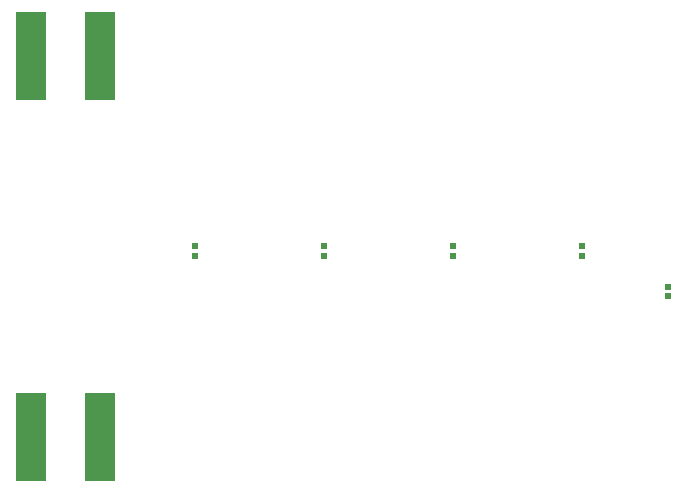
<source format=gbp>
G04*
G04 #@! TF.GenerationSoftware,Altium Limited,Altium Designer,22.10.1 (41)*
G04*
G04 Layer_Color=128*
%FSLAX44Y44*%
%MOMM*%
G71*
G04*
G04 #@! TF.SameCoordinates,7D2A880A-0552-440C-8A1C-2383AA23BDA6*
G04*
G04*
G04 #@! TF.FilePolarity,Positive*
G04*
G01*
G75*
%ADD50R,2.5000X7.5000*%
%ADD51R,0.5200X0.5200*%
D50*
X249770Y340360D02*
D03*
X191770D02*
D03*
Y17780D02*
D03*
X249770D02*
D03*
D51*
X548640Y171260D02*
D03*
Y179260D02*
D03*
X731190Y136780D02*
D03*
Y144780D02*
D03*
X657860Y179260D02*
D03*
Y171260D02*
D03*
X330200Y171100D02*
D03*
Y179100D02*
D03*
X439420Y171260D02*
D03*
Y179260D02*
D03*
M02*

</source>
